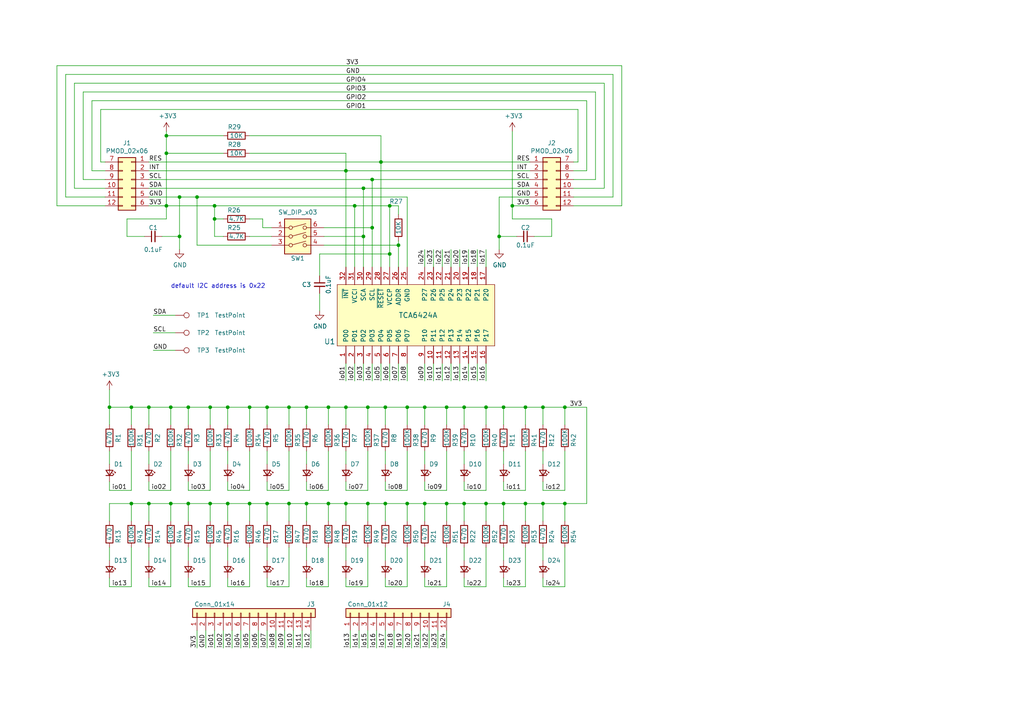
<source format=kicad_sch>
(kicad_sch (version 20230121) (generator eeschema)
  (paper "A4")
  (title_block (title "I2C24IO PMOD Type 6A") (date "2021-09-19") (rev "V1.1") (company "FM4DD") (comment 1 "2021 (C) FM4DD") (comment 3 "License: CC-BY-SA 4.0"))
  (lib_symbols
    (symbol "Connector:TestPoint" (pin_numbers hide) (pin_names (offset 0.762) hide)
      (property "Reference" "TP" (at 0 6.858 0))
      (property "Value" "TestPoint" (at 0 5.08 0))
      (symbol "TestPoint_1_1"
        (pin passive line (at 0 0 90) (length 2.54) (name "1") (number "1"))
      )
    )
    (symbol "Connector_Generic:Conn_01x12" (pin_names (offset 1.016) hide)
      (property "Reference" "J" (at 0 15.24 0))
      (property "Value" "Conn_01x12" (at 0 -17.78 0))
      (symbol "Conn_01x12_1_1"
        (pin passive line (at -5.08 12.7 0) (length 3.81) (name "Pin_1") (number "1"))
        (pin passive line (at -5.08 -10.16 0) (length 3.81) (name "Pin_10") (number "10"))
        (pin passive line (at -5.08 -12.7 0) (length 3.81) (name "Pin_11") (number "11"))
        (pin passive line (at -5.08 -15.24 0) (length 3.81) (name "Pin_12") (number "12"))
        (pin passive line (at -5.08 10.16 0) (length 3.81) (name "Pin_2") (number "2"))
        (pin passive line (at -5.08 7.62 0) (length 3.81) (name "Pin_3") (number "3"))
        (pin passive line (at -5.08 5.08 0) (length 3.81) (name "Pin_4") (number "4"))
        (pin passive line (at -5.08 2.54 0) (length 3.81) (name "Pin_5") (number "5"))
        (pin passive line (at -5.08 0 0) (length 3.81) (name "Pin_6") (number "6"))
        (pin passive line (at -5.08 -2.54 0) (length 3.81) (name "Pin_7") (number "7"))
        (pin passive line (at -5.08 -5.08 0) (length 3.81) (name "Pin_8") (number "8"))
        (pin passive line (at -5.08 -7.62 0) (length 3.81) (name "Pin_9") (number "9"))
      )
    )
    (symbol "Connector_Generic:Conn_01x14" (pin_names (offset 1.016) hide)
      (property "Reference" "J" (at 0 17.78 0))
      (property "Value" "Conn_01x14" (at 0 -20.32 0))
      (symbol "Conn_01x14_1_1"
        (pin passive line (at -5.08 15.24 0) (length 3.81) (name "Pin_1") (number "1"))
        (pin passive line (at -5.08 -7.62 0) (length 3.81) (name "Pin_10") (number "10"))
        (pin passive line (at -5.08 -10.16 0) (length 3.81) (name "Pin_11") (number "11"))
        (pin passive line (at -5.08 -12.7 0) (length 3.81) (name "Pin_12") (number "12"))
        (pin passive line (at -5.08 -15.24 0) (length 3.81) (name "Pin_13") (number "13"))
        (pin passive line (at -5.08 -17.78 0) (length 3.81) (name "Pin_14") (number "14"))
        (pin passive line (at -5.08 12.7 0) (length 3.81) (name "Pin_2") (number "2"))
        (pin passive line (at -5.08 10.16 0) (length 3.81) (name "Pin_3") (number "3"))
        (pin passive line (at -5.08 7.62 0) (length 3.81) (name "Pin_4") (number "4"))
        (pin passive line (at -5.08 5.08 0) (length 3.81) (name "Pin_5") (number "5"))
        (pin passive line (at -5.08 2.54 0) (length 3.81) (name "Pin_6") (number "6"))
        (pin passive line (at -5.08 0 0) (length 3.81) (name "Pin_7") (number "7"))
        (pin passive line (at -5.08 -2.54 0) (length 3.81) (name "Pin_8") (number "8"))
        (pin passive line (at -5.08 -5.08 0) (length 3.81) (name "Pin_9") (number "9"))
      )
    )
    (symbol "Connector_Generic:Conn_02x06_Top_Bottom" (pin_names (offset 1.016) hide)
      (property "Reference" "J" (at 1.27 7.62 0))
      (property "Value" "Conn_02x06_Top_Bottom" (at 1.27 -10.16 0))
      (symbol "Conn_02x06_Top_Bottom_1_1"
        (pin passive line (at -5.08 5.08 0) (length 3.81) (name "Pin_1") (number "1"))
        (pin passive line (at 7.62 -2.54 180) (length 3.81) (name "Pin_10") (number "10"))
        (pin passive line (at 7.62 -5.08 180) (length 3.81) (name "Pin_11") (number "11"))
        (pin passive line (at 7.62 -7.62 180) (length 3.81) (name "Pin_12") (number "12"))
        (pin passive line (at -5.08 2.54 0) (length 3.81) (name "Pin_2") (number "2"))
        (pin passive line (at -5.08 0 0) (length 3.81) (name "Pin_3") (number "3"))
        (pin passive line (at -5.08 -2.54 0) (length 3.81) (name "Pin_4") (number "4"))
        (pin passive line (at -5.08 -5.08 0) (length 3.81) (name "Pin_5") (number "5"))
        (pin passive line (at -5.08 -7.62 0) (length 3.81) (name "Pin_6") (number "6"))
        (pin passive line (at 7.62 5.08 180) (length 3.81) (name "Pin_7") (number "7"))
        (pin passive line (at 7.62 2.54 180) (length 3.81) (name "Pin_8") (number "8"))
        (pin passive line (at 7.62 0 180) (length 3.81) (name "Pin_9") (number "9"))
      )
    )
    (symbol "Device:C_Small" (pin_numbers hide) (pin_names (offset 0.254) hide)
      (property "Reference" "C" (at 0.254 1.778 0))
      (property "Value" "C_Small" (at 0.254 -2.032 0))
      (symbol "C_Small_1_1"
        (pin passive line (at 0 2.54 270) (length 2.032) (name "~") (number "1"))
        (pin passive line (at 0 -2.54 90) (length 2.032) (name "~") (number "2"))
      )
    )
    (symbol "Device:LED_Small" (pin_numbers hide) (pin_names (offset 0.254) hide)
      (property "Reference" "D" (at -1.27 3.175 0))
      (property "Value" "LED_Small" (at -4.445 -2.54 0))
      (symbol "LED_Small_1_1"
        (pin passive line (at -2.54 0 0) (length 1.778) (name "K") (number "1"))
        (pin passive line (at 2.54 0 180) (length 1.778) (name "A") (number "2"))
      )
    )
    (symbol "Device:R" (pin_numbers hide) (pin_names (offset 0))
      (property "Reference" "R" (at 2.032 0 90))
      (property "Value" "R" (at 0 0 90))
      (symbol "R_1_1"
        (pin passive line (at 0 3.81 270) (length 1.27) (name "~") (number "1"))
        (pin passive line (at 0 -3.81 90) (length 1.27) (name "~") (number "2"))
      )
    )
    (symbol "FM4DD:TCA6424A" (pin_names (offset 1.016))
      (property "Reference" "U?" (at -6.35 -24.13 0))
      (property "Value" "TCA6424A" (at 0 25.4 0))
      (symbol "TCA6424A_1_1"
        (pin bidirectional line (at -13.97 20.32 0) (length 5.08) (name "P00") (number "1"))
        (pin bidirectional line (at -13.97 -5.08 0) (length 5.1308) (name "P11") (number "10"))
        (pin bidirectional line (at -13.97 -7.62 0) (length 5.1308) (name "P12") (number "11"))
        (pin bidirectional line (at -13.97 -10.16 0) (length 5.1308) (name "P13") (number "12"))
        (pin bidirectional line (at -13.97 -12.7 0) (length 5.1308) (name "P14") (number "13"))
        (pin bidirectional line (at -13.97 -15.24 0) (length 5.1308) (name "P15") (number "14"))
        (pin bidirectional line (at -13.97 -17.78 0) (length 5.1308) (name "P16") (number "15"))
        (pin bidirectional line (at -13.97 -20.32 0) (length 5.1308) (name "P17") (number "16"))
        (pin bidirectional line (at 13.97 -20.32 180) (length 5.08) (name "P20") (number "17"))
        (pin bidirectional line (at 13.97 -17.78 180) (length 5.08) (name "P21") (number "18"))
        (pin bidirectional line (at 13.97 -15.24 180) (length 5.08) (name "P22") (number "19"))
        (pin bidirectional line (at -13.97 17.78 0) (length 5.08) (name "P01") (number "2"))
        (pin bidirectional line (at 13.97 -12.7 180) (length 5.08) (name "P23") (number "20"))
        (pin bidirectional line (at 13.97 -10.16 180) (length 5.08) (name "P24") (number "21"))
        (pin bidirectional line (at 13.97 -7.62 180) (length 5.08) (name "P25") (number "22"))
        (pin tri_state line (at 13.97 -5.08 180) (length 5.08) (name "P26") (number "23"))
        (pin tri_state line (at 13.97 -2.54 180) (length 5.08) (name "P27") (number "24"))
        (pin power_in line (at 13.97 2.54 180) (length 5.08) (name "GND") (number "25"))
        (pin input line (at 13.97 5.08 180) (length 5.08) (name "ADDR") (number "26"))
        (pin power_in line (at 13.97 7.62 180) (length 5.08) (name "VCCP") (number "27"))
        (pin input line (at 13.97 10.16 180) (length 5.08) (name "~{RESET}") (number "28"))
        (pin input line (at 13.97 12.7 180) (length 5.1308) (name "SCL") (number "29"))
        (pin bidirectional line (at -13.97 15.24 0) (length 5.08) (name "P02") (number "3"))
        (pin bidirectional line (at 13.97 15.24 180) (length 5.1308) (name "SCA") (number "30"))
        (pin power_in line (at 13.97 17.78 180) (length 5.1308) (name "VCCI") (number "31"))
        (pin output line (at 13.97 20.32 180) (length 5.1308) (name "~{INT}") (number "32"))
        (pin bidirectional line (at -13.97 12.7 0) (length 5.08) (name "P03") (number "4"))
        (pin bidirectional line (at -13.97 10.16 0) (length 5.08) (name "P04") (number "5"))
        (pin bidirectional line (at -13.97 7.62 0) (length 5.08) (name "P05") (number "6"))
        (pin bidirectional line (at -13.97 5.08 0) (length 5.08) (name "P06") (number "7"))
        (pin bidirectional line (at -13.97 2.54 0) (length 5.08) (name "P07") (number "8"))
        (pin bidirectional line (at -13.97 -2.54 0) (length 5.1308) (name "P10") (number "9"))
      )
    )
    (symbol "Switch:SW_DIP_x03" (pin_names (offset 0) hide)
      (property "Reference" "SW" (at 0 8.89 0))
      (property "Value" "SW_DIP_x03" (at 0 -3.81 0))
      (symbol "SW_DIP_x03_1_1"
        (pin passive line (at -7.62 5.08 0) (length 5.08) (name "~") (number "1"))
        (pin passive line (at -7.62 2.54 0) (length 5.08) (name "~") (number "2"))
        (pin passive line (at -7.62 0 0) (length 5.08) (name "~") (number "3"))
        (pin passive line (at 7.62 0 180) (length 5.08) (name "~") (number "4"))
        (pin passive line (at 7.62 2.54 180) (length 5.08) (name "~") (number "5"))
        (pin passive line (at 7.62 5.08 180) (length 5.08) (name "~") (number "6"))
      )
    )
    (symbol "power:+3V3" (power) (pin_names (offset 0))
      (property "Value" "+3V3" (at 0 3.556 0))
      (symbol "+3V3_1_1"
        (pin power_in line (at 0 0 90) (length 0) hide (name "+3V3") (number "1"))
      )
    )
    (symbol "power:GND" (power) (pin_names (offset 0))
      (property "Value" "GND" (at 0 -3.81 0))
      (symbol "GND_1_1"
        (pin power_in line (at 0 0 270) (length 0) hide (name "GND") (number "1"))
      )
    )
  )
  (junction (at 95.25 146.05))
  (junction (at 152.4 146.05))
  (junction (at 54.61 118.11))
  (junction (at 52.07 57.15))
  (junction (at 157.48 146.05))
  (junction (at 60.96 146.05))
  (junction (at 72.39 118.11))
  (junction (at 134.62 118.11))
  (junction (at 157.48 118.11))
  (junction (at 111.76 118.11))
  (junction (at 43.18 118.11))
  (junction (at 62.23 63.5))
  (junction (at 118.11 118.11))
  (junction (at 77.47 146.05))
  (junction (at 140.97 118.11))
  (junction (at 60.96 118.11))
  (junction (at 38.1 146.05))
  (junction (at 106.68 118.11))
  (junction (at 88.9 118.11))
  (junction (at 118.11 146.05))
  (junction (at 106.68 146.05))
  (junction (at 100.33 118.11))
  (junction (at 105.41 54.61))
  (junction (at 100.33 49.53))
  (junction (at 31.75 118.11))
  (junction (at 66.04 146.05))
  (junction (at 105.41 68.58))
  (junction (at 83.82 118.11))
  (junction (at 72.39 146.05))
  (junction (at 148.59 59.69))
  (junction (at 144.78 68.58))
  (junction (at 88.9 146.05))
  (junction (at 102.87 59.69))
  (junction (at 62.23 59.69))
  (junction (at 49.53 146.05))
  (junction (at 110.49 46.99))
  (junction (at 107.95 66.04))
  (junction (at 123.19 146.05))
  (junction (at 113.03 73.66))
  (junction (at 77.47 118.11))
  (junction (at 83.82 146.05))
  (junction (at 146.05 118.11))
  (junction (at 48.26 59.69))
  (junction (at 129.54 118.11))
  (junction (at 152.4 118.11))
  (junction (at 54.61 146.05))
  (junction (at 163.83 118.11))
  (junction (at 134.62 146.05))
  (junction (at 52.07 68.58))
  (junction (at 111.76 146.05))
  (junction (at 43.18 146.05))
  (junction (at 38.1 118.11))
  (junction (at 49.53 118.11))
  (junction (at 57.15 57.15))
  (junction (at 123.19 118.11))
  (junction (at 115.57 71.12))
  (junction (at 129.54 146.05))
  (junction (at 100.33 146.05))
  (junction (at 66.04 118.11))
  (junction (at 48.26 39.37))
  (junction (at 140.97 146.05))
  (junction (at 163.83 146.05))
  (junction (at 107.95 52.07))
  (junction (at 146.05 146.05))
  (junction (at 113.03 59.69))
  (junction (at 95.25 118.11))
  (junction (at 48.26 44.45))
  (wire (pts (xy 154.94 68.58) (xy 160.02 68.58)))
  (wire (pts (xy 69.85 182.88) (xy 69.85 187.96)))
  (wire (pts (xy 152.4 170.18) (xy 146.05 170.18)))
  (wire (pts (xy 129.54 170.18) (xy 123.19 170.18)))
  (wire (pts (xy 146.05 123.19) (xy 146.05 118.11)))
  (wire (pts (xy 116.84 182.88) (xy 116.84 187.96)))
  (wire (pts (xy 111.76 134.62) (xy 111.76 130.81)))
  (wire (pts (xy 146.05 170.18) (xy 146.05 167.64)))
  (wire (pts (xy 48.26 63.5) (xy 36.83 63.5)))
  (wire (pts (xy 36.83 68.58) (xy 36.83 63.5)))
  (wire (pts (xy 64.77 182.88) (xy 64.77 187.96)))
  (wire (pts (xy 140.97 146.05) (xy 140.97 151.13)))
  (wire (pts (xy 43.18 146.05) (xy 49.53 146.05)))
  (wire (pts (xy 134.62 118.11) (xy 140.97 118.11)))
  (wire (pts (xy 29.21 31.75) (xy 167.64 31.75)))
  (wire (pts (xy 57.15 182.88) (xy 57.15 187.96)))
  (wire (pts (xy 67.31 182.88) (xy 67.31 187.96)))
  (wire (pts (xy 146.05 134.62) (xy 146.05 130.81)))
  (wire (pts (xy 123.19 146.05) (xy 129.54 146.05)))
  (wire (pts (xy 146.05 142.24) (xy 146.05 139.7)))
  (wire (pts (xy 163.83 118.11) (xy 163.83 123.19)))
  (wire (pts (xy 60.96 142.24) (xy 54.61 142.24)))
  (wire (pts (xy 46.99 68.58) (xy 52.07 68.58)))
  (wire (pts (xy 43.18 134.62) (xy 43.18 130.81)))
  (wire (pts (xy 111.76 146.05) (xy 118.11 146.05)))
  (wire (pts (xy 64.77 39.37) (xy 48.26 39.37)))
  (wire (pts (xy 82.55 182.88) (xy 82.55 187.96)))
  (wire (pts (xy 64.77 63.5) (xy 62.23 63.5)))
  (wire (pts (xy 102.87 59.69) (xy 102.87 77.47)))
  (wire (pts (xy 87.63 182.88) (xy 87.63 187.96)))
  (wire (pts (xy 19.05 57.15) (xy 19.05 21.59)))
  (wire (pts (xy 38.1 146.05) (xy 43.18 146.05)))
  (wire (pts (xy 129.54 142.24) (xy 123.19 142.24)))
  (wire (pts (xy 115.57 62.23) (xy 115.57 59.69)))
  (wire (pts (xy 43.18 57.15) (xy 52.07 57.15)))
  (wire (pts (xy 66.04 146.05) (xy 72.39 146.05)))
  (wire (pts (xy 157.48 123.19) (xy 157.48 118.11)))
  (wire (pts (xy 146.05 162.56) (xy 146.05 158.75)))
  (wire (pts (xy 133.35 77.47) (xy 133.35 72.39)))
  (wire (pts (xy 74.93 182.88) (xy 74.93 187.96)))
  (wire (pts (xy 111.76 170.18) (xy 111.76 167.64)))
  (wire (pts (xy 26.67 49.53) (xy 26.67 29.21)))
  (wire (pts (xy 140.97 105.41) (xy 140.97 110.49)))
  (wire (pts (xy 106.68 146.05) (xy 111.76 146.05)))
  (wire (pts (xy 163.83 170.18) (xy 157.48 170.18)))
  (wire (pts (xy 77.47 118.11) (xy 83.82 118.11)))
  (wire (pts (xy 49.53 146.05) (xy 54.61 146.05)))
  (wire (pts (xy 88.9 162.56) (xy 88.9 158.75)))
  (wire (pts (xy 170.18 118.11) (xy 170.18 146.05)))
  (wire (pts (xy 123.19 118.11) (xy 129.54 118.11)))
  (wire (pts (xy 78.74 71.12) (xy 57.15 71.12)))
  (wire (pts (xy 100.33 49.53) (xy 100.33 44.45)))
  (wire (pts (xy 157.48 134.62) (xy 157.48 130.81)))
  (wire (pts (xy 123.19 134.62) (xy 123.19 130.81)))
  (wire (pts (xy 123.19 77.47) (xy 123.19 72.39)))
  (wire (pts (xy 90.17 182.88) (xy 90.17 187.96)))
  (wire (pts (xy 38.1 130.81) (xy 38.1 142.24)))
  (wire (pts (xy 140.97 118.11) (xy 140.97 123.19)))
  (wire (pts (xy 100.33 49.53) (xy 100.33 77.47)))
  (wire (pts (xy 66.04 151.13) (xy 66.04 146.05)))
  (wire (pts (xy 88.9 118.11) (xy 95.25 118.11)))
  (wire (pts (xy 106.68 130.81) (xy 106.68 142.24)))
  (wire (pts (xy 113.03 59.69) (xy 113.03 73.66)))
  (wire (pts (xy 110.49 46.99) (xy 110.49 77.47)))
  (wire (pts (xy 49.53 146.05) (xy 49.53 151.13)))
  (wire (pts (xy 92.71 73.66) (xy 113.03 73.66)))
  (wire (pts (xy 95.25 142.24) (xy 88.9 142.24)))
  (wire (pts (xy 134.62 142.24) (xy 134.62 139.7)))
  (wire (pts (xy 50.8 101.6) (xy 44.45 101.6)))
  (wire (pts (xy 100.33 134.62) (xy 100.33 130.81)))
  (wire (pts (xy 100.33 118.11) (xy 106.68 118.11)))
  (wire (pts (xy 31.75 134.62) (xy 31.75 130.81)))
  (wire (pts (xy 31.75 151.13) (xy 31.75 146.05)))
  (wire (pts (xy 24.13 52.07) (xy 30.48 52.07)))
  (wire (pts (xy 21.59 24.13) (xy 175.26 24.13)))
  (wire (pts (xy 106.68 170.18) (xy 100.33 170.18)))
  (wire (pts (xy 107.95 52.07) (xy 153.67 52.07)))
  (wire (pts (xy 110.49 39.37) (xy 110.49 46.99)))
  (wire (pts (xy 157.48 142.24) (xy 157.48 139.7)))
  (wire (pts (xy 83.82 118.11) (xy 88.9 118.11)))
  (wire (pts (xy 100.33 105.41) (xy 100.33 110.49)))
  (wire (pts (xy 49.53 142.24) (xy 43.18 142.24)))
  (wire (pts (xy 129.54 118.11) (xy 129.54 123.19)))
  (wire (pts (xy 130.81 105.41) (xy 130.81 110.49)))
  (wire (pts (xy 66.04 123.19) (xy 66.04 118.11)))
  (wire (pts (xy 52.07 57.15) (xy 52.07 68.58)))
  (wire (pts (xy 29.21 46.99) (xy 29.21 31.75)))
  (wire (pts (xy 54.61 142.24) (xy 54.61 139.7)))
  (wire (pts (xy 62.23 59.69) (xy 102.87 59.69)))
  (wire (pts (xy 118.11 170.18) (xy 111.76 170.18)))
  (wire (pts (xy 92.71 73.66) (xy 92.71 80.01)))
  (wire (pts (xy 129.54 158.75) (xy 129.54 170.18)))
  (wire (pts (xy 54.61 134.62) (xy 54.61 130.81)))
  (wire (pts (xy 43.18 123.19) (xy 43.18 118.11)))
  (wire (pts (xy 118.11 158.75) (xy 118.11 170.18)))
  (wire (pts (xy 144.78 68.58) (xy 144.78 72.39)))
  (wire (pts (xy 60.96 146.05) (xy 66.04 146.05)))
  (wire (pts (xy 124.46 182.88) (xy 124.46 187.96)))
  (wire (pts (xy 78.74 66.04) (xy 76.2 66.04)))
  (wire (pts (xy 134.62 170.18) (xy 134.62 167.64)))
  (wire (pts (xy 77.47 182.88) (xy 77.47 187.96)))
  (wire (pts (xy 59.69 182.88) (xy 59.69 187.96)))
  (wire (pts (xy 31.75 123.19) (xy 31.75 118.11)))
  (wire (pts (xy 105.41 105.41) (xy 105.41 110.49)))
  (wire (pts (xy 21.59 54.61) (xy 21.59 24.13)))
  (wire (pts (xy 134.62 146.05) (xy 140.97 146.05)))
  (wire (pts (xy 49.53 130.81) (xy 49.53 142.24)))
  (wire (pts (xy 43.18 52.07) (xy 107.95 52.07)))
  (wire (pts (xy 77.47 134.62) (xy 77.47 130.81)))
  (wire (pts (xy 125.73 105.41) (xy 125.73 110.49)))
  (wire (pts (xy 177.8 21.59) (xy 177.8 57.15)))
  (wire (pts (xy 148.59 63.5) (xy 160.02 63.5)))
  (wire (pts (xy 54.61 170.18) (xy 60.96 170.18)))
  (wire (pts (xy 111.76 123.19) (xy 111.76 118.11)))
  (wire (pts (xy 121.92 182.88) (xy 121.92 187.96)))
  (wire (pts (xy 163.83 118.11) (xy 170.18 118.11)))
  (wire (pts (xy 100.33 142.24) (xy 100.33 139.7)))
  (wire (pts (xy 57.15 71.12) (xy 57.15 57.15)))
  (wire (pts (xy 72.39 182.88) (xy 72.39 187.96)))
  (wire (pts (xy 135.89 77.47) (xy 135.89 72.39)))
  (wire (pts (xy 123.19 105.41) (xy 123.19 110.49)))
  (wire (pts (xy 102.87 59.69) (xy 113.03 59.69)))
  (wire (pts (xy 62.23 63.5) (xy 62.23 68.58)))
  (wire (pts (xy 72.39 130.81) (xy 72.39 142.24)))
  (wire (pts (xy 107.95 66.04) (xy 107.95 77.47)))
  (wire (pts (xy 66.04 118.11) (xy 72.39 118.11)))
  (wire (pts (xy 109.22 182.88) (xy 109.22 187.96)))
  (wire (pts (xy 106.68 182.88) (xy 106.68 187.96)))
  (wire (pts (xy 111.76 142.24) (xy 111.76 139.7)))
  (wire (pts (xy 48.26 39.37) (xy 48.26 44.45)))
  (wire (pts (xy 77.47 162.56) (xy 77.47 158.75)))
  (wire (pts (xy 118.11 118.11) (xy 118.11 123.19)))
  (wire (pts (xy 175.26 54.61) (xy 166.37 54.61)))
  (wire (pts (xy 49.53 118.11) (xy 49.53 123.19)))
  (wire (pts (xy 88.9 151.13) (xy 88.9 146.05)))
  (wire (pts (xy 100.33 49.53) (xy 153.67 49.53)))
  (wire (pts (xy 163.83 158.75) (xy 163.83 170.18)))
  (wire (pts (xy 66.04 170.18) (xy 66.04 167.64)))
  (wire (pts (xy 93.98 68.58) (xy 105.41 68.58)))
  (wire (pts (xy 113.03 59.69) (xy 115.57 59.69)))
  (wire (pts (xy 54.61 170.18) (xy 54.61 167.64)))
  (wire (pts (xy 54.61 123.19) (xy 54.61 118.11)))
  (wire (pts (xy 148.59 59.69) (xy 148.59 63.5)))
  (wire (pts (xy 93.98 71.12) (xy 115.57 71.12)))
  (wire (pts (xy 177.8 57.15) (xy 166.37 57.15)))
  (wire (pts (xy 118.11 118.11) (xy 123.19 118.11)))
  (wire (pts (xy 43.18 170.18) (xy 43.18 167.64)))
  (wire (pts (xy 152.4 158.75) (xy 152.4 170.18)))
  (wire (pts (xy 135.89 105.41) (xy 135.89 110.49)))
  (wire (pts (xy 123.19 151.13) (xy 123.19 146.05)))
  (wire (pts (xy 52.07 68.58) (xy 52.07 72.39)))
  (wire (pts (xy 72.39 142.24) (xy 66.04 142.24)))
  (wire (pts (xy 106.68 158.75) (xy 106.68 170.18)))
  (wire (pts (xy 72.39 39.37) (xy 110.49 39.37)))
  (wire (pts (xy 54.61 151.13) (xy 54.61 146.05)))
  (wire (pts (xy 115.57 105.41) (xy 115.57 110.49)))
  (wire (pts (xy 49.53 118.11) (xy 54.61 118.11)))
  (wire (pts (xy 111.76 182.88) (xy 111.76 187.96)))
  (wire (pts (xy 149.86 68.58) (xy 144.78 68.58)))
  (wire (pts (xy 148.59 59.69) (xy 148.59 38.1)))
  (wire (pts (xy 172.72 52.07) (xy 172.72 26.67)))
  (wire (pts (xy 38.1 158.75) (xy 38.1 170.18)))
  (wire (pts (xy 106.68 118.11) (xy 106.68 123.19)))
  (wire (pts (xy 104.14 182.88) (xy 104.14 187.96)))
  (wire (pts (xy 119.38 182.88) (xy 119.38 187.96)))
  (wire (pts (xy 100.33 162.56) (xy 100.33 158.75)))
  (wire (pts (xy 54.61 118.11) (xy 60.96 118.11)))
  (wire (pts (xy 123.19 162.56) (xy 123.19 158.75)))
  (wire (pts (xy 146.05 151.13) (xy 146.05 146.05)))
  (wire (pts (xy 88.9 146.05) (xy 95.25 146.05)))
  (wire (pts (xy 140.97 142.24) (xy 134.62 142.24)))
  (wire (pts (xy 72.39 68.58) (xy 78.74 68.58)))
  (wire (pts (xy 72.39 146.05) (xy 72.39 151.13)))
  (wire (pts (xy 43.18 170.18) (xy 49.53 170.18)))
  (wire (pts (xy 95.25 158.75) (xy 95.25 170.18)))
  (wire (pts (xy 38.1 118.11) (xy 43.18 118.11)))
  (wire (pts (xy 60.96 158.75) (xy 60.96 170.18)))
  (wire (pts (xy 125.73 77.47) (xy 125.73 72.39)))
  (wire (pts (xy 166.37 52.07) (xy 172.72 52.07)))
  (wire (pts (xy 31.75 162.56) (xy 31.75 158.75)))
  (wire (pts (xy 113.03 73.66) (xy 113.03 77.47)))
  (wire (pts (xy 72.39 63.5) (xy 76.2 63.5)))
  (wire (pts (xy 123.19 142.24) (xy 123.19 139.7)))
  (wire (pts (xy 163.83 146.05) (xy 163.83 151.13)))
  (wire (pts (xy 157.48 146.05) (xy 163.83 146.05)))
  (wire (pts (xy 43.18 59.69) (xy 48.26 59.69)))
  (wire (pts (xy 110.49 46.99) (xy 153.67 46.99)))
  (wire (pts (xy 123.19 123.19) (xy 123.19 118.11)))
  (wire (pts (xy 95.25 118.11) (xy 95.25 123.19)))
  (wire (pts (xy 48.26 38.1) (xy 48.26 39.37)))
  (wire (pts (xy 100.33 123.19) (xy 100.33 118.11)))
  (wire (pts (xy 118.11 146.05) (xy 118.11 151.13)))
  (wire (pts (xy 72.39 118.11) (xy 77.47 118.11)))
  (wire (pts (xy 30.48 46.99) (xy 29.21 46.99)))
  (wire (pts (xy 105.41 68.58) (xy 105.41 54.61)))
  (wire (pts (xy 152.4 118.11) (xy 152.4 123.19)))
  (wire (pts (xy 76.2 63.5) (xy 76.2 66.04)))
  (wire (pts (xy 157.48 170.18) (xy 157.48 167.64)))
  (wire (pts (xy 134.62 134.62) (xy 134.62 130.81)))
  (wire (pts (xy 60.96 118.11) (xy 60.96 123.19)))
  (wire (pts (xy 54.61 162.56) (xy 54.61 158.75)))
  (wire (pts (xy 105.41 68.58) (xy 105.41 77.47)))
  (wire (pts (xy 77.47 151.13) (xy 77.47 146.05)))
  (wire (pts (xy 170.18 49.53) (xy 166.37 49.53)))
  (wire (pts (xy 157.48 162.56) (xy 157.48 158.75)))
  (wire (pts (xy 41.91 68.58) (xy 36.83 68.58)))
  (wire (pts (xy 180.34 59.69) (xy 166.37 59.69)))
  (wire (pts (xy 31.75 170.18) (xy 31.75 167.64)))
  (wire (pts (xy 134.62 162.56) (xy 134.62 158.75)))
  (wire (pts (xy 38.1 142.24) (xy 31.75 142.24)))
  (wire (pts (xy 43.18 118.11) (xy 49.53 118.11)))
  (wire (pts (xy 100.33 151.13) (xy 100.33 146.05)))
  (wire (pts (xy 95.25 118.11) (xy 100.33 118.11)))
  (wire (pts (xy 95.25 146.05) (xy 100.33 146.05)))
  (wire (pts (xy 180.34 19.05) (xy 180.34 59.69)))
  (wire (pts (xy 152.4 118.11) (xy 157.48 118.11)))
  (wire (pts (xy 129.54 146.05) (xy 134.62 146.05)))
  (wire (pts (xy 31.75 113.03) (xy 31.75 118.11)))
  (wire (pts (xy 50.8 96.52) (xy 44.45 96.52)))
  (wire (pts (xy 144.78 57.15) (xy 144.78 68.58)))
  (wire (pts (xy 48.26 59.69) (xy 62.23 59.69)))
  (wire (pts (xy 111.76 118.11) (xy 118.11 118.11)))
  (wire (pts (xy 146.05 146.05) (xy 152.4 146.05)))
  (wire (pts (xy 26.67 29.21) (xy 170.18 29.21)))
  (wire (pts (xy 170.18 29.21) (xy 170.18 49.53)))
  (wire (pts (xy 100.33 146.05) (xy 106.68 146.05)))
  (wire (pts (xy 129.54 146.05) (xy 129.54 151.13)))
  (wire (pts (xy 83.82 142.24) (xy 77.47 142.24)))
  (wire (pts (xy 153.67 59.69) (xy 148.59 59.69)))
  (wire (pts (xy 60.96 118.11) (xy 66.04 118.11)))
  (wire (pts (xy 92.71 85.09) (xy 92.71 90.17)))
  (wire (pts (xy 106.68 142.24) (xy 100.33 142.24)))
  (wire (pts (xy 57.15 57.15) (xy 118.11 57.15)))
  (wire (pts (xy 123.19 170.18) (xy 123.19 167.64)))
  (wire (pts (xy 118.11 146.05) (xy 123.19 146.05)))
  (wire (pts (xy 140.97 146.05) (xy 146.05 146.05)))
  (wire (pts (xy 127 182.88) (xy 127 187.96)))
  (wire (pts (xy 138.43 77.47) (xy 138.43 72.39)))
  (wire (pts (xy 107.95 105.41) (xy 107.95 110.49)))
  (wire (pts (xy 95.25 170.18) (xy 88.9 170.18)))
  (wire (pts (xy 72.39 158.75) (xy 72.39 170.18)))
  (wire (pts (xy 118.11 105.41) (xy 118.11 110.49)))
  (wire (pts (xy 80.01 182.88) (xy 80.01 187.96)))
  (wire (pts (xy 83.82 118.11) (xy 83.82 123.19)))
  (wire (pts (xy 88.9 134.62) (xy 88.9 130.81)))
  (wire (pts (xy 128.27 77.47) (xy 128.27 72.39)))
  (wire (pts (xy 62.23 182.88) (xy 62.23 187.96)))
  (wire (pts (xy 102.87 105.41) (xy 102.87 110.49)))
  (wire (pts (xy 43.18 49.53) (xy 100.33 49.53)))
  (wire (pts (xy 157.48 118.11) (xy 163.83 118.11)))
  (wire (pts (xy 106.68 146.05) (xy 106.68 151.13)))
  (wire (pts (xy 146.05 118.11) (xy 152.4 118.11)))
  (wire (pts (xy 72.39 44.45) (xy 100.33 44.45)))
  (wire (pts (xy 134.62 151.13) (xy 134.62 146.05)))
  (wire (pts (xy 60.96 130.81) (xy 60.96 142.24)))
  (wire (pts (xy 115.57 69.85) (xy 115.57 71.12)))
  (wire (pts (xy 64.77 68.58) (xy 62.23 68.58)))
  (wire (pts (xy 111.76 162.56) (xy 111.76 158.75)))
  (wire (pts (xy 118.11 57.15) (xy 118.11 77.47)))
  (wire (pts (xy 52.07 57.15) (xy 57.15 57.15)))
  (wire (pts (xy 100.33 170.18) (xy 100.33 167.64)))
  (wire (pts (xy 50.8 91.44) (xy 44.45 91.44)))
  (wire (pts (xy 88.9 170.18) (xy 88.9 167.64)))
  (wire (pts (xy 128.27 105.41) (xy 128.27 110.49)))
  (wire (pts (xy 140.97 170.18) (xy 134.62 170.18)))
  (wire (pts (xy 54.61 146.05) (xy 60.96 146.05)))
  (wire (pts (xy 95.25 130.81) (xy 95.25 142.24)))
  (wire (pts (xy 43.18 142.24) (xy 43.18 139.7)))
  (wire (pts (xy 43.18 151.13) (xy 43.18 146.05)))
  (wire (pts (xy 83.82 170.18) (xy 77.47 170.18)))
  (wire (pts (xy 77.47 123.19) (xy 77.47 118.11)))
  (wire (pts (xy 64.77 44.45) (xy 48.26 44.45)))
  (wire (pts (xy 130.81 77.47) (xy 130.81 72.39)))
  (wire (pts (xy 110.49 105.41) (xy 110.49 110.49)))
  (wire (pts (xy 77.47 146.05) (xy 83.82 146.05)))
  (wire (pts (xy 88.9 142.24) (xy 88.9 139.7)))
  (wire (pts (xy 163.83 142.24) (xy 157.48 142.24)))
  (wire (pts (xy 106.68 118.11) (xy 111.76 118.11)))
  (wire (pts (xy 138.43 105.41) (xy 138.43 110.49)))
  (wire (pts (xy 160.02 68.58) (xy 160.02 63.5)))
  (wire (pts (xy 24.13 26.67) (xy 24.13 52.07)))
  (wire (pts (xy 38.1 170.18) (xy 31.75 170.18)))
  (wire (pts (xy 72.39 118.11) (xy 72.39 123.19)))
  (wire (pts (xy 167.64 31.75) (xy 167.64 46.99)))
  (wire (pts (xy 163.83 130.81) (xy 163.83 142.24)))
  (wire (pts (xy 83.82 146.05) (xy 83.82 151.13)))
  (wire (pts (xy 66.04 139.7) (xy 66.04 142.24)))
  (wire (pts (xy 111.76 151.13) (xy 111.76 146.05)))
  (wire (pts (xy 107.95 66.04) (xy 107.95 52.07)))
  (wire (pts (xy 72.39 170.18) (xy 66.04 170.18)))
  (wire (pts (xy 43.18 54.61) (xy 105.41 54.61)))
  (wire (pts (xy 115.57 71.12) (xy 115.57 77.47)))
  (wire (pts (xy 66.04 162.56) (xy 66.04 158.75)))
  (wire (pts (xy 66.04 134.62) (xy 66.04 130.81)))
  (wire (pts (xy 129.54 182.88) (xy 129.54 187.96)))
  (wire (pts (xy 101.6 182.88) (xy 101.6 187.96)))
  (wire (pts (xy 85.09 182.88) (xy 85.09 187.96)))
  (wire (pts (xy 49.53 158.75) (xy 49.53 170.18)))
  (wire (pts (xy 134.62 123.19) (xy 134.62 118.11)))
  (wire (pts (xy 140.97 158.75) (xy 140.97 170.18)))
  (wire (pts (xy 16.51 59.69) (xy 16.51 19.05)))
  (wire (pts (xy 83.82 130.81) (xy 83.82 142.24)))
  (wire (pts (xy 152.4 146.05) (xy 157.48 146.05)))
  (wire (pts (xy 113.03 105.41) (xy 113.03 110.49)))
  (wire (pts (xy 16.51 19.05) (xy 180.34 19.05)))
  (wire (pts (xy 129.54 118.11) (xy 134.62 118.11)))
  (wire (pts (xy 24.13 26.67) (xy 172.72 26.67)))
  (wire (pts (xy 43.18 46.99) (xy 110.49 46.99)))
  (wire (pts (xy 105.41 54.61) (xy 153.67 54.61)))
  (wire (pts (xy 163.83 146.05) (xy 170.18 146.05)))
  (wire (pts (xy 175.26 24.13) (xy 175.26 54.61)))
  (wire (pts (xy 43.18 162.56) (xy 43.18 158.75)))
  (wire (pts (xy 77.47 142.24) (xy 77.47 139.7)))
  (wire (pts (xy 48.26 59.69) (xy 48.26 63.5)))
  (wire (pts (xy 38.1 118.11) (xy 38.1 123.19)))
  (wire (pts (xy 77.47 170.18) (xy 77.47 167.64)))
  (wire (pts (xy 60.96 146.05) (xy 60.96 151.13)))
  (wire (pts (xy 157.48 151.13) (xy 157.48 146.05)))
  (wire (pts (xy 152.4 142.24) (xy 146.05 142.24)))
  (wire (pts (xy 118.11 142.24) (xy 111.76 142.24)))
  (wire (pts (xy 133.35 105.41) (xy 133.35 110.49)))
  (wire (pts (xy 167.64 46.99) (xy 166.37 46.99)))
  (wire (pts (xy 153.67 57.15) (xy 144.78 57.15)))
  (wire (pts (xy 62.23 63.5) (xy 62.23 59.69)))
  (wire (pts (xy 118.11 130.81) (xy 118.11 142.24)))
  (wire (pts (xy 93.98 66.04) (xy 107.95 66.04)))
  (wire (pts (xy 31.75 142.24) (xy 31.75 139.7)))
  (wire (pts (xy 140.97 130.81) (xy 140.97 142.24)))
  (wire (pts (xy 30.48 59.69) (xy 16.51 59.69)))
  (wire (pts (xy 19.05 21.59) (xy 177.8 21.59)))
  (wire (pts (xy 31.75 118.11) (xy 38.1 118.11)))
  (wire (pts (xy 152.4 146.05) (xy 152.4 151.13)))
  (wire (pts (xy 95.25 146.05) (xy 95.25 151.13)))
  (wire (pts (xy 83.82 146.05) (xy 88.9 146.05)))
  (wire (pts (xy 30.48 49.53) (xy 26.67 49.53)))
  (wire (pts (xy 31.75 146.05) (xy 38.1 146.05)))
  (wire (pts (xy 30.48 54.61) (xy 21.59 54.61)))
  (wire (pts (xy 38.1 146.05) (xy 38.1 151.13)))
  (wire (pts (xy 83.82 158.75) (xy 83.82 170.18)))
  (wire (pts (xy 129.54 130.81) (xy 129.54 142.24)))
  (wire (pts (xy 72.39 146.05) (xy 77.47 146.05)))
  (wire (pts (xy 88.9 123.19) (xy 88.9 118.11)))
  (wire (pts (xy 114.3 182.88) (xy 114.3 187.96)))
  (wire (pts (xy 30.48 57.15) (xy 19.05 57.15)))
  (wire (pts (xy 48.26 59.69) (xy 48.26 44.45)))
  (wire (pts (xy 140.97 77.47) (xy 140.97 72.39)))
  (wire (pts (xy 152.4 130.81) (xy 152.4 142.24)))
  (wire (pts (xy 140.97 118.11) (xy 146.05 118.11)))
  (text "default I2C address is 0x22" (at 49.53 83.82 0) (effects (font (size 1.27 1.27)) (justify left bottom)))
  (label "io15" (at 59.69 170.18 180))
  (label "io21" (at 121.92 187.96 90))
  (label "SDA" (at 149.86 54.61 0))
  (label "io21" (at 128.27 170.18 180))
  (label "SDA" (at 43.18 54.61 0))
  (label "io22" (at 128.27 72.39 270))
  (label "INT" (at 149.86 49.53 0))
  (label "3V3" (at 100.33 19.05 0))
  (label "io13" (at 101.6 187.96 90))
  (label "io08" (at 116.84 142.24 180))
  (label "io24" (at 162.56 170.18 180))
  (label "io13" (at 36.83 170.18 180))
  (label "io17" (at 140.97 72.39 270))
  (label "io10" (at 125.73 110.49 90))
  (label "3V3" (at 168.91 118.11 180))
  (label "io19" (at 116.84 187.96 90))
  (label "io08" (at 118.11 110.49 90))
  (label "io06" (at 74.93 187.96 90))
  (label "io20" (at 116.84 170.18 180))
  (label "io18" (at 138.43 72.39 270))
  (label "io09" (at 128.27 142.24 180))
  (label "io09" (at 82.55 187.96 90))
  (label "io01" (at 100.33 110.49 90))
  (label "io03" (at 59.69 142.24 180))
  (label "io18" (at 93.98 170.18 180))
  (label "io16" (at 109.22 187.96 90))
  (label "io12" (at 162.56 142.24 180))
  (label "io17" (at 82.55 170.18 180))
  (label "io15" (at 106.68 187.96 90))
  (label "io11" (at 151.13 142.24 180))
  (label "io06" (at 113.03 110.49 90))
  (label "io18" (at 114.3 187.96 90))
  (label "io02" (at 64.77 187.96 90))
  (label "io07" (at 105.41 142.24 180))
  (label "io03" (at 105.41 110.49 90))
  (label "GPIO4" (at 100.33 24.13 0))
  (label "SCL" (at 44.45 96.52 0))
  (label "3V3" (at 43.18 59.69 0))
  (label "SCL" (at 149.86 52.07 0))
  (label "io14" (at 48.26 170.18 180))
  (label "io21" (at 130.81 72.39 270))
  (label "io01" (at 36.83 142.24 180))
  (label "io23" (at 127 187.96 90))
  (label "io22" (at 139.7 170.18 180))
  (label "3V3" (at 149.86 59.69 0))
  (label "RES" (at 43.18 46.99 0))
  (label "io01" (at 62.23 187.96 90))
  (label "io20" (at 119.38 187.96 90))
  (label "io06" (at 93.98 142.24 180))
  (label "io14" (at 104.14 187.96 90))
  (label "GND" (at 44.45 101.6 0))
  (label "SCL" (at 43.18 52.07 0))
  (label "io04" (at 71.12 142.24 180))
  (label "io07" (at 115.57 110.49 90))
  (label "3V3" (at 57.15 187.96 90))
  (label "io12" (at 90.17 187.96 90))
  (label "io19" (at 135.89 72.39 270))
  (label "GPIO2" (at 100.33 29.21 0))
  (label "io02" (at 102.87 110.49 90))
  (label "io19" (at 105.41 170.18 180))
  (label "io14" (at 135.89 110.49 90))
  (label "GND" (at 59.69 187.96 90))
  (label "io02" (at 48.26 142.24 180))
  (label "io07" (at 77.47 187.96 90))
  (label "io08" (at 80.01 187.96 90))
  (label "io23" (at 151.13 170.18 180))
  (label "io15" (at 138.43 110.49 90))
  (label "io04" (at 69.85 187.96 90))
  (label "GPIO3" (at 100.33 26.67 0))
  (label "GPIO1" (at 100.33 31.75 0))
  (label "io11" (at 128.27 110.49 90))
  (label "GND" (at 149.86 57.15 0))
  (label "io04" (at 107.95 110.49 90))
  (label "io24" (at 123.19 72.39 270))
  (label "INT" (at 43.18 49.53 0))
  (label "io05" (at 110.49 110.49 90))
  (label "io24" (at 129.54 187.96 90))
  (label "io05" (at 82.55 142.24 180))
  (label "GND" (at 100.33 21.59 0))
  (label "io10" (at 139.7 142.24 180))
  (label "io22" (at 124.46 187.96 90))
  (label "io13" (at 133.35 110.49 90))
  (label "RES" (at 149.86 46.99 0))
  (label "io03" (at 67.31 187.96 90))
  (label "io10" (at 85.09 187.96 90))
  (label "io23" (at 125.73 72.39 270))
  (label "GND" (at 43.18 57.15 0))
  (label "io20" (at 133.35 72.39 270))
  (label "io12" (at 130.81 110.49 90))
  (label "io05" (at 72.39 187.96 90))
  (label "io16" (at 140.97 110.49 90))
  (label "SDA" (at 44.45 91.44 0))
  (label "io17" (at 111.76 187.96 90))
  (label "io16" (at 71.12 170.18 180))
  (label "io11" (at 87.63 187.96 90))
  (label "io09" (at 123.19 110.49 90))
  (symbol (lib_id "power:+3V3") (at 48.26 38.1 0) (unit 1)
    (property "Reference" "#PWR0101" (effects hide))
    (property "Value" "+3V3" (at 48.641 33.6296 0))
  )
  (symbol (lib_id "Device:R") (at 68.58 68.58 90) (unit 1)
    (property "Reference" "R25" (at 69.85 66.04 90) (effects (justify left)))
    (property "Value" "4.7K" (at 68.58 68.58 90))
    (property "Footprint" "Resistor_SMD:R_0402_1005Metric" (effects hide))
  )
  (symbol (lib_id "Device:R") (at 68.58 63.5 90) (unit 1)
    (property "Reference" "R26" (at 69.85 60.96 90) (effects (justify left)))
    (property "Value" "4.7K" (at 68.58 63.5 90))
    (property "Footprint" "Resistor_SMD:R_0402_1005Metric" (effects hide))
  )
  (symbol (lib_id "power:GND") (at 52.07 72.39 0) (unit 1)
    (property "Reference" "#PWR0105" (effects hide))
    (property "Value" "GND" (at 52.197 76.8604 0))
  )
  (symbol (lib_id "Device:C_Small") (at 44.45 68.58 90) (unit 1)
    (property "Reference" "C1" (at 44.45 66.04 90))
    (property "Value" "0.1uF" (at 44.45 72.39 90))
    (property "Footprint" "Capacitor_SMD:C_0402_1005Metric" (effects hide))
  )
  (symbol (lib_id "power:GND") (at 144.78 72.39 0) (unit 1)
    (property "Reference" "#PWR0104" (effects hide))
    (property "Value" "GND" (at 144.907 76.8604 0))
  )
  (symbol (lib_id "Device:C_Small") (at 152.4 68.58 270) (unit 1)
    (property "Reference" "C2" (at 152.4 66.04 90))
    (property "Value" "0.1uF" (at 152.4 71.12 90))
    (property "Footprint" "Capacitor_SMD:C_0402_1005Metric" (effects hide))
  )
  (symbol (lib_id "power:+3V3") (at 148.59 38.1 0) (unit 1)
    (property "Reference" "#PWR0106" (effects hide))
    (property "Value" "+3V3" (at 148.971 33.6296 0))
  )
  (symbol (lib_id "Device:C_Small") (at 92.71 82.55 0) (unit 1)
    (property "Reference" "C3" (at 88.9 82.55 0))
    (property "Value" "0.1uF" (at 95.25 82.55 90))
    (property "Footprint" "Capacitor_SMD:C_0402_1005Metric" (effects hide))
  )
  (symbol (lib_id "Device:R") (at 115.57 66.04 180) (unit 1)
    (property "Reference" "R27" (at 116.84 58.42 0) (effects (justify left)))
    (property "Value" "10K" (at 115.57 66.04 90))
    (property "Footprint" "Resistor_SMD:R_0402_1005Metric" (effects hide))
  )
  (symbol (lib_id "FM4DD:TCA6424A") (at 120.65 91.44 90) (unit 1)
    (property "Reference" "U1" (at 93.98 99.06 90) (effects (font (size 1.524 1.524)) (justify right)))
    (property "Value" "TCA6424A" (at 115.57 91.44 90) (effects (font (size 1.524 1.524)) (justify right)))
    (property "Footprint" "Package_DFN_QFN:VQFN-32-1EP_5x5mm_P0.5mm_EP3.1x3.1mm_ThermalVias" (effects hide))
    (property "Datasheet" "https://www.ti.com/lit/ds/symlink/tca6424.pdf" (effects hide))
    (property "Vendor" "JLCPCB" (effects hide))
    (property "Vendor Part Number" "C80692" (effects hide))
  )
  (symbol (lib_id "Switch:SW_DIP_x03") (at 86.36 71.12 0) (unit 1)
    (property "Reference" "SW1" (at 86.36 74.93 0))
    (property "Value" "SW_DIP_x03" (at 86.36 61.5696 0))
    (property "Footprint" "Button_Switch_THT:SW_DIP_SPSTx03_Slide_6.7x9.18mm_W7.62mm_P2.54mm_LowProfile" (effects hide))
  )
  (symbol (lib_id "power:GND") (at 92.71 90.17 0) (unit 1)
    (property "Reference" "#PWR0102" (effects hide))
    (property "Value" "GND" (at 92.837 94.6404 0))
  )
  (symbol (lib_id "Device:LED_Small") (at 31.75 137.16 270) (mirror x) (unit 1)
    (property "Reference" "D1" (at 33.02 134.62 90) (effects (justify left)))
    (property "Value" "LED_Small" (effects hide))
    (property "Footprint" "LED_SMD:LED_0402_1005Metric" (effects hide))
  )
  (symbol (lib_id "Device:LED_Small") (at 43.18 137.16 270) (mirror x) (unit 1)
    (property "Reference" "D2" (at 44.45 134.62 90) (effects (justify left)))
    (property "Value" "LED_Small" (effects hide))
    (property "Footprint" "LED_SMD:LED_0402_1005Metric" (effects hide))
  )
  (symbol (lib_id "Device:LED_Small") (at 54.61 137.16 270) (mirror x) (unit 1)
    (property "Reference" "D3" (at 55.88 134.62 90) (effects (justify left)))
    (property "Value" "LED_Small" (effects hide))
    (property "Footprint" "LED_SMD:LED_0402_1005Metric" (effects hide))
  )
  (symbol (lib_id "Device:LED_Small") (at 66.04 137.16 270) (mirror x) (unit 1)
    (property "Reference" "D4" (at 67.31 134.62 90) (effects (justify left)))
    (property "Value" "LED_Small" (effects hide))
    (property "Footprint" "LED_SMD:LED_0402_1005Metric" (effects hide))
  )
  (symbol (lib_id "Device:LED_Small") (at 77.47 137.16 270) (mirror x) (unit 1)
    (property "Reference" "D5" (at 78.74 134.62 90) (effects (justify left)))
    (property "Value" "LED_Small" (effects hide))
    (property "Footprint" "LED_SMD:LED_0402_1005Metric" (effects hide))
  )
  (symbol (lib_id "Device:LED_Small") (at 88.9 137.16 270) (mirror x) (unit 1)
    (property "Reference" "D6" (at 90.17 134.62 90) (effects (justify left)))
    (property "Value" "LED_Small" (effects hide))
    (property "Footprint" "LED_SMD:LED_0402_1005Metric" (effects hide))
  )
  (symbol (lib_id "Device:LED_Small") (at 100.33 137.16 270) (mirror x) (unit 1)
    (property "Reference" "D7" (at 101.6 134.62 90) (effects (justify left)))
    (property "Value" "LED_Small" (effects hide))
    (property "Footprint" "LED_SMD:LED_0402_1005Metric" (effects hide))
  )
  (symbol (lib_id "Device:LED_Small") (at 111.76 137.16 270) (mirror x) (unit 1)
    (property "Reference" "D8" (at 113.03 134.62 90) (effects (justify left)))
    (property "Value" "LED_Small" (effects hide))
    (property "Footprint" "LED_SMD:LED_0402_1005Metric" (effects hide))
  )
  (symbol (lib_id "Device:LED_Small") (at 123.19 137.16 270) (mirror x) (unit 1)
    (property "Reference" "D9" (at 124.46 134.62 90) (effects (justify left)))
    (property "Value" "LED_Small" (effects hide))
    (property "Footprint" "LED_SMD:LED_0402_1005Metric" (effects hide))
  )
  (symbol (lib_id "Device:LED_Small") (at 134.62 137.16 270) (mirror x) (unit 1)
    (property "Reference" "D10" (at 135.89 134.62 90) (effects (justify left)))
    (property "Value" "LED_Small" (effects hide))
    (property "Footprint" "LED_SMD:LED_0402_1005Metric" (effects hide))
  )
  (symbol (lib_id "Device:LED_Small") (at 146.05 137.16 270) (mirror x) (unit 1)
    (property "Reference" "D11" (at 147.32 134.62 90) (effects (justify left)))
    (property "Value" "LED_Small" (effects hide))
    (property "Footprint" "LED_SMD:LED_0402_1005Metric" (effects hide))
  )
  (symbol (lib_id "Device:LED_Small") (at 157.48 137.16 270) (mirror x) (unit 1)
    (property "Reference" "D12" (at 158.75 134.62 90) (effects (justify left)))
    (property "Value" "LED_Small" (effects hide))
    (property "Footprint" "LED_SMD:LED_0402_1005Metric" (effects hide))
  )
  (symbol (lib_id "Device:R") (at 68.58 44.45 270) (unit 1)
    (property "Reference" "R28" (at 66.04 41.91 90) (effects (justify left)))
    (property "Value" "10K" (at 68.58 44.45 90))
    (property "Footprint" "Resistor_SMD:R_0402_1005Metric" (effects hide))
  )
  (symbol (lib_id "Device:R") (at 68.58 39.37 270) (unit 1)
    (property "Reference" "R29" (at 66.04 36.83 90) (effects (justify left)))
    (property "Value" "10K" (at 68.58 39.37 90))
    (property "Footprint" "Resistor_SMD:R_0402_1005Metric" (effects hide))
  )
  (symbol (lib_id "Device:R") (at 31.75 127 180) (unit 1)
    (property "Reference" "R1" (at 34.29 125.73 90) (effects (justify left)))
    (property "Value" "470" (at 31.75 127 90))
    (property "Footprint" "Resistor_SMD:R_0402_1005Metric" (effects hide))
  )
  (symbol (lib_id "Device:R") (at 43.18 127 180) (unit 1)
    (property "Reference" "R2" (at 45.72 125.73 90) (effects (justify left)))
    (property "Value" "470" (at 43.18 127 90))
    (property "Footprint" "Resistor_SMD:R_0402_1005Metric" (effects hide))
  )
  (symbol (lib_id "Device:R") (at 54.61 127 180) (unit 1)
    (property "Reference" "R3" (at 57.15 125.73 90) (effects (justify left)))
    (property "Value" "470" (at 54.61 127 90))
    (property "Footprint" "Resistor_SMD:R_0402_1005Metric" (effects hide))
  )
  (symbol (lib_id "Device:R") (at 66.04 127 180) (unit 1)
    (property "Reference" "R4" (at 68.58 125.73 90) (effects (justify left)))
    (property "Value" "470" (at 66.04 127 90))
    (property "Footprint" "Resistor_SMD:R_0402_1005Metric" (effects hide))
  )
  (symbol (lib_id "Device:R") (at 77.47 127 180) (unit 1)
    (property "Reference" "R5" (at 80.01 125.73 90) (effects (justify left)))
    (property "Value" "470" (at 77.47 127 90))
    (property "Footprint" "Resistor_SMD:R_0402_1005Metric" (effects hide))
  )
  (symbol (lib_id "Device:R") (at 88.9 127 180) (unit 1)
    (property "Reference" "R6" (at 91.44 125.73 90) (effects (justify left)))
    (property "Value" "470" (at 88.9 127 90))
    (property "Footprint" "Resistor_SMD:R_0402_1005Metric" (effects hide))
  )
  (symbol (lib_id "Device:R") (at 100.33 127 180) (unit 1)
    (property "Reference" "R7" (at 102.87 125.73 90) (effects (justify left)))
    (property "Value" "470" (at 100.33 127 90))
    (property "Footprint" "Resistor_SMD:R_0402_1005Metric" (effects hide))
  )
  (symbol (lib_id "Device:R") (at 111.76 127 180) (unit 1)
    (property "Reference" "R8" (at 114.3 125.73 90) (effects (justify left)))
    (property "Value" "470" (at 111.76 127 90))
    (property "Footprint" "Resistor_SMD:R_0402_1005Metric" (effects hide))
  )
  (symbol (lib_id "Device:R") (at 123.19 127 180) (unit 1)
    (property "Reference" "R9" (at 125.73 125.73 90) (effects (justify left)))
    (property "Value" "470" (at 123.19 127 90))
    (property "Footprint" "Resistor_SMD:R_0402_1005Metric" (effects hide))
  )
  (symbol (lib_id "Device:R") (at 134.62 127 180) (unit 1)
    (property "Reference" "R10" (at 137.16 125.73 90) (effects (justify left)))
    (property "Value" "470" (at 134.62 127 90))
    (property "Footprint" "Resistor_SMD:R_0402_1005Metric" (effects hide))
  )
  (symbol (lib_id "Device:R") (at 146.05 127 180) (unit 1)
    (property "Reference" "R11" (at 148.59 125.73 90) (effects (justify left)))
    (property "Value" "470" (at 146.05 127 90))
    (property "Footprint" "Resistor_SMD:R_0402_1005Metric" (effects hide))
  )
  (symbol (lib_id "Device:R") (at 157.48 127 180) (unit 1)
    (property "Reference" "R12" (at 160.02 125.73 90) (effects (justify left)))
    (property "Value" "470" (at 157.48 127 90))
    (property "Footprint" "Resistor_SMD:R_0402_1005Metric" (effects hide))
  )
  (symbol (lib_id "Connector_Generic:Conn_02x06_Top_Bottom") (at 38.1 52.07 0) (mirror y) (unit 1)
    (property "Reference" "J1" (at 36.83 41.4782 0))
    (property "Value" "PMOD_02x06" (at 36.83 43.7896 0))
    (property "Footprint" "FM4DD:PMODHeader_2x06_P2.54mm_Horizontal" (effects hide))
  )
  (symbol (lib_id "Connector_Generic:Conn_02x06_Top_Bottom") (at 158.75 52.07 0) (unit 1)
    (property "Reference" "J2" (at 160.02 41.4782 0))
    (property "Value" "PMOD_02x06" (at 160.02 43.7896 0))
    (property "Footprint" "FM4DD:PMODPinSocket_2x06_P2.54mm_Horizontal" (effects hide))
  )
  (symbol (lib_id "power:+3V3") (at 31.75 113.03 0) (unit 1)
    (property "Reference" "#PWR0103" (effects hide))
    (property "Value" "+3V3" (at 32.131 108.5596 0))
  )
  (symbol (lib_id "Device:LED_Small") (at 43.18 165.1 270) (mirror x) (unit 1)
    (property "Reference" "D14" (at 44.45 162.56 90) (effects (justify left)))
    (property "Value" "LED_Small" (effects hide))
    (property "Footprint" "LED_SMD:LED_0402_1005Metric" (effects hide))
  )
  (symbol (lib_id "Device:LED_Small") (at 54.61 165.1 270) (mirror x) (unit 1)
    (property "Reference" "D15" (at 55.88 162.56 90) (effects (justify left)))
    (property "Value" "LED_Small" (effects hide))
    (property "Footprint" "LED_SMD:LED_0402_1005Metric" (effects hide))
  )
  (symbol (lib_id "Device:LED_Small") (at 66.04 165.1 270) (mirror x) (unit 1)
    (property "Reference" "D16" (at 67.31 162.56 90) (effects (justify left)))
    (property "Value" "LED_Small" (effects hide))
    (property "Footprint" "LED_SMD:LED_0402_1005Metric" (effects hide))
  )
  (symbol (lib_id "Device:LED_Small") (at 77.47 165.1 270) (mirror x) (unit 1)
    (property "Reference" "D17" (at 78.74 162.56 90) (effects (justify left)))
    (property "Value" "LED_Small" (effects hide))
    (property "Footprint" "LED_SMD:LED_0402_1005Metric" (effects hide))
  )
  (symbol (lib_id "Device:LED_Small") (at 88.9 165.1 270) (mirror x) (unit 1)
    (property "Reference" "D18" (at 90.17 162.56 90) (effects (justify left)))
    (property "Value" "LED_Small" (effects hide))
    (property "Footprint" "LED_SMD:LED_0402_1005Metric" (effects hide))
  )
  (symbol (lib_id "Device:LED_Small") (at 100.33 165.1 270) (mirror x) (unit 1)
    (property "Reference" "D19" (at 101.6 162.56 90) (effects (justify left)))
    (property "Value" "LED_Small" (effects hide))
    (property "Footprint" "LED_SMD:LED_0402_1005Metric" (effects hide))
  )
  (symbol (lib_id "Device:LED_Small") (at 111.76 165.1 270) (mirror x) (unit 1)
    (property "Reference" "D20" (at 113.03 162.56 90) (effects (justify left)))
    (property "Value" "LED_Small" (effects hide))
    (property "Footprint" "LED_SMD:LED_0402_1005Metric" (effects hide))
  )
  (symbol (lib_id "Device:LED_Small") (at 123.19 165.1 270) (mirror x) (unit 1)
    (property "Reference" "D21" (at 124.46 162.56 90) (effects (justify left)))
    (property "Value" "LED_Small" (effects hide))
    (property "Footprint" "LED_SMD:LED_0402_1005Metric" (effects hide))
  )
  (symbol (lib_id "Device:LED_Small") (at 134.62 165.1 270) (mirror x) (unit 1)
    (property "Reference" "D22" (at 135.89 162.56 90) (effects (justify left)))
    (property "Value" "LED_Small" (effects hide))
    (property "Footprint" "LED_SMD:LED_0402_1005Metric" (effects hide))
  )
  (symbol (lib_id "Device:LED_Small") (at 146.05 165.1 270) (mirror x) (unit 1)
    (property "Reference" "D23" (at 147.32 162.56 90) (effects (justify left)))
    (property "Value" "LED_Small" (effects hide))
    (property "Footprint" "LED_SMD:LED_0402_1005Metric" (effects hide))
  )
  (symbol (lib_id "Device:LED_Small") (at 157.48 165.1 270) (mirror x) (unit 1)
    (property "Reference" "D24" (at 158.75 162.56 90) (effects (justify left)))
    (property "Value" "LED_Small" (effects hide))
    (property "Footprint" "LED_SMD:LED_0402_1005Metric" (effects hide))
  )
  (symbol (lib_id "Device:R") (at 31.75 154.94 180) (unit 1)
    (property "Reference" "R13" (at 34.29 153.67 90) (effects (justify left)))
    (property "Value" "470" (at 31.75 154.94 90))
    (property "Footprint" "Resistor_SMD:R_0402_1005Metric" (effects hide))
  )
  (symbol (lib_id "Device:R") (at 43.18 154.94 180) (unit 1)
    (property "Reference" "R14" (at 45.72 153.67 90) (effects (justify left)))
    (property "Value" "470" (at 43.18 154.94 90))
    (property "Footprint" "Resistor_SMD:R_0402_1005Metric" (effects hide))
  )
  (symbol (lib_id "Device:R") (at 54.61 154.94 180) (unit 1)
    (property "Reference" "R15" (at 57.15 153.67 90) (effects (justify left)))
    (property "Value" "470" (at 54.61 154.94 90))
    (property "Footprint" "Resistor_SMD:R_0402_1005Metric" (effects hide))
  )
  (symbol (lib_id "Device:R") (at 66.04 154.94 180) (unit 1)
    (property "Reference" "R16" (at 68.58 153.67 90) (effects (justify left)))
    (property "Value" "470" (at 66.04 154.94 90))
    (property "Footprint" "Resistor_SMD:R_0402_1005Metric" (effects hide))
  )
  (symbol (lib_id "Device:R") (at 77.47 154.94 180) (unit 1)
    (property "Reference" "R17" (at 80.01 153.67 90) (effects (justify left)))
    (property "Value" "470" (at 77.47 154.94 90))
    (property "Footprint" "Resistor_SMD:R_0402_1005Metric" (effects hide))
  )
  (symbol (lib_id "Device:R") (at 88.9 154.94 180) (unit 1)
    (property "Reference" "R18" (at 91.44 153.67 90) (effects (justify left)))
    (property "Value" "470" (at 88.9 154.94 90))
    (property "Footprint" "Resistor_SMD:R_0402_1005Metric" (effects hide))
  )
  (symbol (lib_id "Device:R") (at 100.33 154.94 180) (unit 1)
    (property "Reference" "R19" (at 102.87 153.67 90) (effects (justify left)))
    (property "Value" "470" (at 100.33 154.94 90))
    (property "Footprint" "Resistor_SMD:R_0402_1005Metric" (effects hide))
  )
  (symbol (lib_id "Device:R") (at 111.76 154.94 180) (unit 1)
    (property "Reference" "R20" (at 114.3 153.67 90) (effects (justify left)))
    (property "Value" "470" (at 111.76 154.94 90))
    (property "Footprint" "Resistor_SMD:R_0402_1005Metric" (effects hide))
  )
  (symbol (lib_id "Device:R") (at 123.19 154.94 180) (unit 1)
    (property "Reference" "R21" (at 125.73 153.67 90) (effects (justify left)))
    (property "Value" "470" (at 123.19 154.94 90))
    (property "Footprint" "Resistor_SMD:R_0402_1005Metric" (effects hide))
  )
  (symbol (lib_id "Device:R") (at 134.62 154.94 180) (unit 1)
    (property "Reference" "R22" (at 137.16 153.67 90) (effects (justify left)))
    (property "Value" "470" (at 134.62 154.94 90))
    (property "Footprint" "Resistor_SMD:R_0402_1005Metric" (effects hide))
  )
  (symbol (lib_id "Device:R") (at 146.05 154.94 180) (unit 1)
    (property "Reference" "R23" (at 148.59 153.67 90) (effects (justify left)))
    (property "Value" "470" (at 146.05 154.94 90))
    (property "Footprint" "Resistor_SMD:R_0402_1005Metric" (effects hide))
  )
  (symbol (lib_id "Device:R") (at 157.48 154.94 180) (unit 1)
    (property "Reference" "R24" (at 160.02 153.67 90) (effects (justify left)))
    (property "Value" "470" (at 157.48 154.94 90))
    (property "Footprint" "Resistor_SMD:R_0402_1005Metric" (effects hide))
  )
  (symbol (lib_id "Device:LED_Small") (at 31.75 165.1 270) (mirror x) (unit 1)
    (property "Reference" "D13" (at 33.02 162.56 90) (effects (justify left)))
    (property "Value" "LED_Small" (effects hide))
    (property "Footprint" "LED_SMD:LED_0402_1005Metric" (effects hide))
  )
  (symbol (lib_id "Device:R") (at 38.1 127 180) (unit 1)
    (property "Reference" "R31" (at 40.64 125.73 90) (effects (justify left)))
    (property "Value" "100K" (at 38.1 127 90))
    (property "Footprint" "Resistor_SMD:R_0402_1005Metric" (effects hide))
  )
  (symbol (lib_id "Device:R") (at 38.1 154.94 180) (unit 1)
    (property "Reference" "R43" (at 40.64 153.67 90) (effects (justify left)))
    (property "Value" "100K" (at 38.1 154.94 90))
    (property "Footprint" "Resistor_SMD:R_0402_1005Metric" (effects hide))
  )
  (symbol (lib_id "Device:R") (at 49.53 127 180) (unit 1)
    (property "Reference" "R32" (at 52.07 125.73 90) (effects (justify left)))
    (property "Value" "100K" (at 49.53 127 90))
    (property "Footprint" "Resistor_SMD:R_0402_1005Metric" (effects hide))
  )
  (symbol (lib_id "Device:R") (at 49.53 154.94 180) (unit 1)
    (property "Reference" "R44" (at 52.07 153.67 90) (effects (justify left)))
    (property "Value" "100K" (at 49.53 154.94 90))
    (property "Footprint" "Resistor_SMD:R_0402_1005Metric" (effects hide))
  )
  (symbol (lib_id "Device:R") (at 60.96 127 180) (unit 1)
    (property "Reference" "R33" (at 63.5 125.73 90) (effects (justify left)))
    (property "Value" "100K" (at 60.96 127 90))
    (property "Footprint" "Resistor_SMD:R_0402_1005Metric" (effects hide))
  )
  (symbol (lib_id "Device:R") (at 60.96 154.94 180) (unit 1)
    (property "Reference" "R45" (at 63.5 153.67 90) (effects (justify left)))
    (property "Value" "100K" (at 60.96 154.94 90))
    (property "Footprint" "Resistor_SMD:R_0402_1005Metric" (effects hide))
  )
  (symbol (lib_id "Connector_Generic:Conn_01x14") (at 72.39 177.8 90) (unit 1)
    (property "Reference" "J3" (at 90.17 175.26 90))
    (property "Value" "Conn_01x14" (at 62.23 175.26 90))
    (property "Footprint" "Connector_PinHeader_2.54mm:PinHeader_1x14_P2.54mm_Vertical" (effects hide))
  )
  (symbol (lib_id "Connector_Generic:Conn_01x12") (at 114.3 177.8 90) (unit 1)
    (property "Reference" "J4" (at 129.54 175.26 90))
    (property "Value" "Conn_01x12" (at 106.68 175.26 90))
    (property "Footprint" "Connector_PinHeader_2.54mm:PinHeader_1x12_P2.54mm_Vertical" (effects hide))
  )
  (symbol (lib_id "Connector:TestPoint") (at 50.8 91.44 270) (unit 1)
    (property "Reference" "TP1" (at 57.15 91.44 90) (effects (justify left)))
    (property "Value" "TestPoint" (at 62.23 91.44 90) (effects (justify left)))
    (property "Footprint" "TestPoint:TestPoint_Keystone_5000-5004_Miniature" (effects hide))
  )
  (symbol (lib_id "Connector:TestPoint") (at 50.8 96.52 270) (unit 1)
    (property "Reference" "TP2" (at 57.15 96.52 90) (effects (justify left)))
    (property "Value" "TestPoint" (at 62.23 96.52 90) (effects (justify left)))
    (property "Footprint" "TestPoint:TestPoint_Keystone_5000-5004_Miniature" (effects hide))
  )
  (symbol (lib_id "Device:R") (at 72.39 127 180) (unit 1)
    (property "Reference" "R34" (at 74.93 125.73 90) (effects (justify left)))
    (property "Value" "100K" (at 72.39 127 90))
    (property "Footprint" "Resistor_SMD:R_0402_1005Metric" (effects hide))
  )
  (symbol (lib_id "Device:R") (at 72.39 154.94 180) (unit 1)
    (property "Reference" "R46" (at 74.93 153.67 90) (effects (justify left)))
    (property "Value" "100K" (at 72.39 154.94 90))
    (property "Footprint" "Resistor_SMD:R_0402_1005Metric" (effects hide))
  )
  (symbol (lib_id "Connector:TestPoint") (at 50.8 101.6 270) (unit 1)
    (property "Reference" "TP3" (at 57.15 101.6 90) (effects (justify left)))
    (property "Value" "TestPoint" (at 62.23 101.6 90) (effects (justify left)))
    (property "Footprint" "TestPoint:TestPoint_Keystone_5000-5004_Miniature" (effects hide))
  )
  (symbol (lib_id "Device:R") (at 83.82 127 180) (unit 1)
    (property "Reference" "R35" (at 86.36 125.73 90) (effects (justify left)))
    (property "Value" "100K" (at 83.82 127 90))
    (property "Footprint" "Resistor_SMD:R_0402_1005Metric" (effects hide))
  )
  (symbol (lib_id "Device:R") (at 83.82 154.94 180) (unit 1)
    (property "Reference" "R47" (at 86.36 153.67 90) (effects (justify left)))
    (property "Value" "100K" (at 83.82 154.94 90))
    (property "Footprint" "Resistor_SMD:R_0402_1005Metric" (effects hide))
  )
  (symbol (lib_id "Device:R") (at 95.25 127 180) (unit 1)
    (property "Reference" "R36" (at 97.79 125.73 90) (effects (justify left)))
    (property "Value" "100K" (at 95.25 127 90))
    (property "Footprint" "Resistor_SMD:R_0402_1005Metric" (effects hide))
  )
  (symbol (lib_id "Device:R") (at 95.25 154.94 180) (unit 1)
    (property "Reference" "R48" (at 97.79 153.67 90) (effects (justify left)))
    (property "Value" "100K" (at 95.25 154.94 90))
    (property "Footprint" "Resistor_SMD:R_0402_1005Metric" (effects hide))
  )
  (symbol (lib_id "Device:R") (at 106.68 127 180) (unit 1)
    (property "Reference" "R37" (at 109.22 125.73 90) (effects (justify left)))
    (property "Value" "100K" (at 106.68 127 90))
    (property "Footprint" "Resistor_SMD:R_0402_1005Metric" (effects hide))
  )
  (symbol (lib_id "Device:R") (at 106.68 154.94 180) (unit 1)
    (property "Reference" "R49" (at 109.22 153.67 90) (effects (justify left)))
    (property "Value" "100K" (at 106.68 154.94 90))
    (property "Footprint" "Resistor_SMD:R_0402_1005Metric" (effects hide))
  )
  (symbol (lib_id "Device:R") (at 118.11 127 180) (unit 1)
    (property "Reference" "R38" (at 120.65 125.73 90) (effects (justify left)))
    (property "Value" "100K" (at 118.11 127 90))
    (property "Footprint" "Resistor_SMD:R_0402_1005Metric" (effects hide))
  )
  (symbol (lib_id "Device:R") (at 118.11 154.94 180) (unit 1)
    (property "Reference" "R50" (at 120.65 153.67 90) (effects (justify left)))
    (property "Value" "100K" (at 118.11 154.94 90))
    (property "Footprint" "Resistor_SMD:R_0402_1005Metric" (effects hide))
  )
  (symbol (lib_id "Device:R") (at 129.54 154.94 180) (unit 1)
    (property "Reference" "R51" (at 132.08 153.67 90) (effects (justify left)))
    (property "Value" "100K" (at 129.54 154.94 90))
    (property "Footprint" "Resistor_SMD:R_0402_1005Metric" (effects hide))
  )
  (symbol (lib_id "Device:R") (at 129.54 127 180) (unit 1)
    (property "Reference" "R39" (at 132.08 125.73 90) (effects (justify left)))
    (property "Value" "100K" (at 129.54 127 90))
    (property "Footprint" "Resistor_SMD:R_0402_1005Metric" (effects hide))
  )
  (symbol (lib_id "Device:R") (at 140.97 127 180) (unit 1)
    (property "Reference" "R40" (at 143.51 125.73 90) (effects (justify left)))
    (property "Value" "100K" (at 140.97 127 90))
    (property "Footprint" "Resistor_SMD:R_0402_1005Metric" (effects hide))
  )
  (symbol (lib_id "Device:R") (at 140.97 154.94 180) (unit 1)
    (property "Reference" "R52" (at 143.51 153.67 90) (effects (justify left)))
    (property "Value" "100K" (at 140.97 154.94 90))
    (property "Footprint" "Resistor_SMD:R_0402_1005Metric" (effects hide))
  )
  (symbol (lib_id "Device:R") (at 152.4 154.94 180) (unit 1)
    (property "Reference" "R53" (at 154.94 153.67 90) (effects (justify left)))
    (property "Value" "100K" (at 152.4 154.94 90))
    (property "Footprint" "Resistor_SMD:R_0402_1005Metric" (effects hide))
  )
  (symbol (lib_id "Device:R") (at 152.4 127 180) (unit 1)
    (property "Reference" "R41" (at 154.94 125.73 90) (effects (justify left)))
    (property "Value" "100K" (at 152.4 127 90))
    (property "Footprint" "Resistor_SMD:R_0402_1005Metric" (effects hide))
  )
  (symbol (lib_id "Device:R") (at 163.83 154.94 180) (unit 1)
    (property "Reference" "R54" (at 166.37 153.67 90) (effects (justify left)))
    (property "Value" "100K" (at 163.83 154.94 90))
    (property "Footprint" "Resistor_SMD:R_0402_1005Metric" (effects hide))
  )
  (symbol (lib_id "Device:R") (at 163.83 127 180) (unit 1)
    (property "Reference" "R42" (at 166.37 125.73 90) (effects (justify left)))
    (property "Value" "100K" (at 163.83 127 90))
    (property "Footprint" "Resistor_SMD:R_0402_1005Metric" (effects hide))
  )
)
</source>
